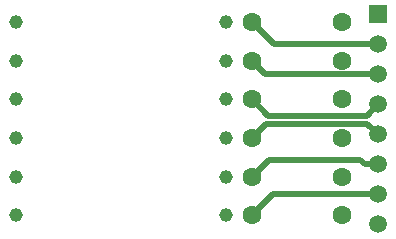
<source format=gbl>
%FSLAX33Y33*%
%MOMM*%
%ADD10C,0.508*%
%ADD11C,1.15*%
%ADD12C,1.6*%
%ADD13R,1.5X1.5*%
%ADD14C,1.5*%
D10*
%LNbottom copper_traces*%
G01*
X24535Y11375D02*
X32905Y11375D01*
X24366Y10675D02*
X23165Y9474D01*
X24366Y10675D02*
X32955Y10675D01*
X33850Y7240D02*
X32760Y7240D01*
X24535Y11375D02*
X23165Y12745D01*
X33850Y9780D02*
X32955Y10675D01*
X33850Y14860D02*
X24332Y14860D01*
X25060Y17400D02*
X23165Y19295D01*
X33850Y12320D02*
X32905Y11375D01*
X24332Y14860D02*
X23165Y16027D01*
X24620Y7650D02*
X23165Y6195D01*
X33850Y17400D02*
X25060Y17400D01*
X24944Y4700D02*
X23165Y2921D01*
X32350Y7650D02*
X24620Y7650D01*
X32760Y7240D02*
X32350Y7650D01*
X33850Y4700D02*
X24944Y4700D01*
%LNbottom copper component aa053b2b8b44c2a7*%
D11*
X3235Y2920D03*
X21015Y2920D03*
%LNbottom copper component 36decfb3b589174a*%
X3235Y19295D03*
X21015Y19295D03*
%LNbottom copper component 986be4f80f1d9bf1*%
D12*
X23165Y6198D03*
X30785Y6198D03*
%LNbottom copper component 0bb50c3a370a5149*%
D11*
X3235Y6195D03*
X21015Y6195D03*
%LNbottom copper component 80dffd5b6eb86aff*%
D13*
X33850Y19940D03*
D14*
X33850Y17400D03*
X33850Y14860D03*
X33850Y12320D03*
X33850Y9780D03*
X33850Y7240D03*
X33850Y4700D03*
X33850Y2160D03*
%LNbottom copper component 4f20bd0a8d4d9c9b*%
D12*
X23165Y12751D03*
X30785Y12751D03*
%LNbottom copper component c320a72a683a2ea0*%
D11*
X3235Y12745D03*
X21015Y12745D03*
%LNbottom copper component 15e11586f61a9aeb*%
X3235Y16020D03*
X21015Y16020D03*
%LNbottom copper component 8a836d5557ec19b0*%
D12*
X23165Y2921D03*
X30785Y2921D03*
%LNbottom copper component 865dd7107b8a0880*%
D11*
X3235Y9450D03*
X21015Y9450D03*
%LNbottom copper component fb8cf3b87e344d74*%
D12*
X23165Y19304D03*
X30785Y19304D03*
%LNbottom copper component 0cc1bf44659db686*%
X23165Y9474D03*
X30785Y9474D03*
%LNbottom copper component 7225d21d50f4679b*%
X23165Y16027D03*
X30785Y16027D03*
M02*
</source>
